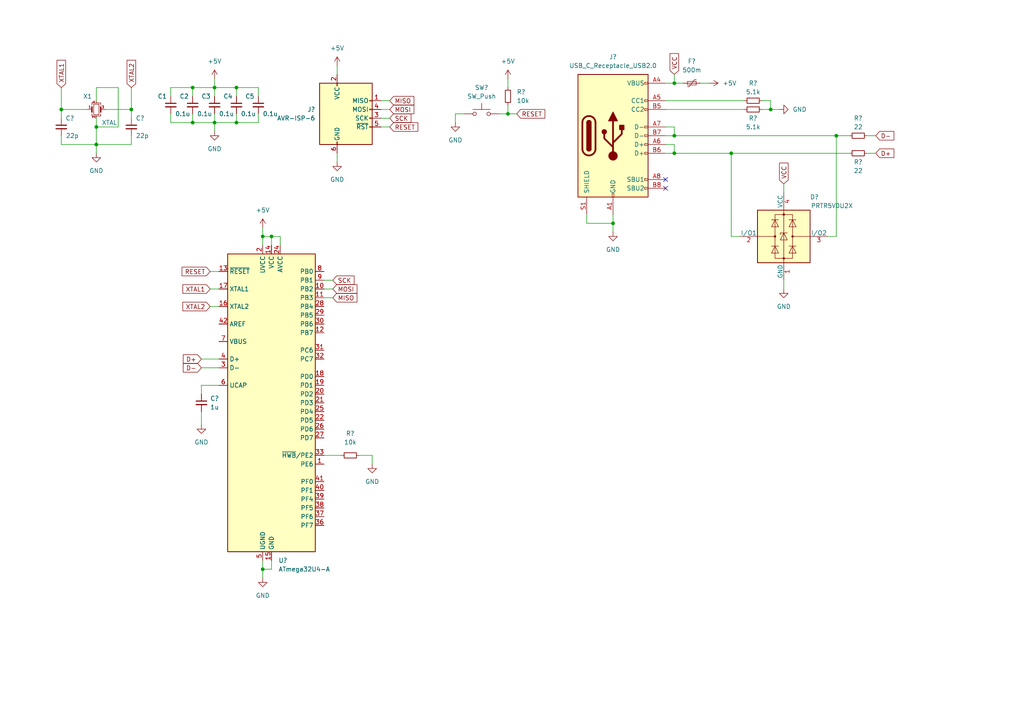
<source format=kicad_sch>
(kicad_sch (version 20211123) (generator eeschema)
  (paper "A4")
  (lib_symbols
    (symbol "Connector:AVR-ISP-6" (pin_names (offset 1.016))
      (property "Reference" "J" (at -6.35 11.43 0))
      (property "Value" "AVR-ISP-6" (at 0 11.43 0))
      (symbol "AVR-ISP-6_0_1"
        (rectangle (start -2.667 -6.858) (end -2.413 -7.62))
        (rectangle (start -2.667 10.16) (end -2.413 9.398))
        (rectangle (start 7.62 -2.413) (end 6.858 -2.667))
        (rectangle (start 7.62 0.127) (end 6.858 -0.127))
        (rectangle (start 7.62 2.667) (end 6.858 2.413))
        (rectangle (start 7.62 5.207) (end 6.858 4.953))
        (rectangle (start 7.62 10.16) (end -7.62 -7.62) (stroke (width 0.254)) (fill (type background)))
      )
      (symbol "AVR-ISP-6_1_1"
        (pin passive line (at 10.16 5.08 180) (length 2.54) (name "MISO") (number "1"))
        (pin passive line (at -2.54 12.7 270) (length 2.54) (name "VCC") (number "2"))
        (pin passive line (at 10.16 0 180) (length 2.54) (name "SCK") (number "3"))
        (pin passive line (at 10.16 2.54 180) (length 2.54) (name "MOSI") (number "4"))
        (pin passive line (at 10.16 -2.54 180) (length 2.54) (name "~{RST}") (number "5"))
        (pin passive line (at -2.54 -10.16 90) (length 2.54) (name "GND") (number "6"))
      )
    )
    (symbol "Connector:USB_C_Receptacle_USB2.0" (pin_names (offset 1.016))
      (property "Reference" "J" (at -10.16 19.05 0))
      (property "Value" "USB_C_Receptacle_USB2.0" (at 19.05 19.05 0))
      (symbol "USB_C_Receptacle_USB2.0_0_0"
        (rectangle (start -0.254 -17.78) (end 0.254 -16.764))
        (rectangle (start 10.16 -14.986) (end 9.144 -15.494))
        (rectangle (start 10.16 -12.446) (end 9.144 -12.954))
        (rectangle (start 10.16 -4.826) (end 9.144 -5.334))
        (rectangle (start 10.16 -2.286) (end 9.144 -2.794))
        (rectangle (start 10.16 0.254) (end 9.144 -0.254))
        (rectangle (start 10.16 2.794) (end 9.144 2.286))
        (rectangle (start 10.16 7.874) (end 9.144 7.366))
        (rectangle (start 10.16 10.414) (end 9.144 9.906))
        (rectangle (start 10.16 15.494) (end 9.144 14.986))
      )
      (symbol "USB_C_Receptacle_USB2.0_0_1"
        (rectangle (start -10.16 17.78) (end 10.16 -17.78) (stroke (width 0.254)) (fill (type background)))
        (arc (start -8.89 -3.81) (mid -6.985 -5.715) (end -5.08 -3.81) (stroke (width 0.508)))
        (arc (start -7.62 -3.81) (mid -6.985 -4.445) (end -6.35 -3.81) (stroke (width 0.254)))
        (arc (start -7.62 -3.81) (mid -6.985 -4.445) (end -6.35 -3.81) (stroke (width 0.254)) (fill (type outline)))
        (rectangle (start -7.62 -3.81) (end -6.35 3.81) (stroke (width 0.254)) (fill (type outline)))
        (arc (start -6.35 3.81) (mid -6.985 4.445) (end -7.62 3.81) (stroke (width 0.254)))
        (arc (start -6.35 3.81) (mid -6.985 4.445) (end -7.62 3.81) (stroke (width 0.254)) (fill (type outline)))
        (arc (start -5.08 3.81) (mid -6.985 5.715) (end -8.89 3.81) (stroke (width 0.508)))
        (circle (center -2.54 1.143) (radius 0.635) (stroke (width 0.254)) (fill (type outline)))
        (circle (center 0 -5.842) (radius 1.27) (fill (type outline)))
        (polyline (pts (xy -8.89 -3.81) (xy -8.89 3.81)) (stroke (width 0.508)))
        (polyline (pts (xy -5.08 3.81) (xy -5.08 -3.81)) (stroke (width 0.508)))
        (polyline (pts (xy 0 -5.842) (xy 0 4.318)) (stroke (width 0.508)))
        (polyline (pts (xy 0 -3.302) (xy -2.54 -0.762) (xy -2.54 0.508)) (stroke (width 0.508)))
        (polyline (pts (xy 0 -2.032) (xy 2.54 0.508) (xy 2.54 1.778)) (stroke (width 0.508)))
        (polyline (pts (xy -1.27 4.318) (xy 0 6.858) (xy 1.27 4.318) (xy -1.27 4.318)) (stroke (width 0.254)) (fill (type outline)))
        (rectangle (start 1.905 1.778) (end 3.175 3.048) (stroke (width 0.254)) (fill (type outline)))
      )
      (symbol "USB_C_Receptacle_USB2.0_1_1"
        (pin passive line (at 0 -22.86 90) (length 5.08) (name "GND") (number "A1"))
        (pin passive line (at 0 -22.86 90) (length 5.08) hide (name "GND") (number "A12"))
        (pin passive line (at 15.24 15.24 180) (length 5.08) (name "VBUS") (number "A4"))
        (pin bidirectional line (at 15.24 10.16 180) (length 5.08) (name "CC1") (number "A5"))
        (pin bidirectional line (at 15.24 -2.54 180) (length 5.08) (name "D+") (number "A6"))
        (pin bidirectional line (at 15.24 2.54 180) (length 5.08) (name "D-") (number "A7"))
        (pin bidirectional line (at 15.24 -12.7 180) (length 5.08) (name "SBU1") (number "A8"))
        (pin passive line (at 15.24 15.24 180) (length 5.08) hide (name "VBUS") (number "A9"))
        (pin passive line (at 0 -22.86 90) (length 5.08) hide (name "GND") (number "B1"))
        (pin passive line (at 0 -22.86 90) (length 5.08) hide (name "GND") (number "B12"))
        (pin passive line (at 15.24 15.24 180) (length 5.08) hide (name "VBUS") (number "B4"))
        (pin bidirectional line (at 15.24 7.62 180) (length 5.08) (name "CC2") (number "B5"))
        (pin bidirectional line (at 15.24 -5.08 180) (length 5.08) (name "D+") (number "B6"))
        (pin bidirectional line (at 15.24 0 180) (length 5.08) (name "D-") (number "B7"))
        (pin bidirectional line (at 15.24 -15.24 180) (length 5.08) (name "SBU2") (number "B8"))
        (pin passive line (at 15.24 15.24 180) (length 5.08) hide (name "VBUS") (number "B9"))
        (pin passive line (at -7.62 -22.86 90) (length 5.08) (name "SHIELD") (number "S1"))
      )
    )
    (symbol "Device:C_Small" (pin_numbers hide) (pin_names (offset 0.254) hide)
      (property "Reference" "C" (at 0.254 1.778 0))
      (property "Value" "C_Small" (at 0.254 -2.032 0))
      (symbol "C_Small_0_1"
        (polyline (pts (xy -1.524 -0.508) (xy 1.524 -0.508)) (stroke (width 0.3302)))
        (polyline (pts (xy -1.524 0.508) (xy 1.524 0.508)) (stroke (width 0.3048)))
      )
      (symbol "C_Small_1_1"
        (pin passive line (at 0 2.54 270) (length 2.032) (name "~") (number "1"))
        (pin passive line (at 0 -2.54 90) (length 2.032) (name "~") (number "2"))
      )
    )
    (symbol "Device:Crystal_GND24_Small" (pin_names (offset 1.016) hide)
      (property "Reference" "Y" (at 1.27 4.445 0))
      (property "Value" "Crystal_GND24_Small" (at 1.27 2.54 0))
      (symbol "Crystal_GND24_Small_0_1"
        (rectangle (start -0.762 -1.524) (end 0.762 1.524))
        (polyline (pts (xy -1.27 -0.762) (xy -1.27 0.762)) (stroke (width 0.381)))
        (polyline (pts (xy 1.27 -0.762) (xy 1.27 0.762)) (stroke (width 0.381)))
        (polyline (pts (xy -1.27 -1.27) (xy -1.27 -1.905) (xy 1.27 -1.905) (xy 1.27 -1.27)))
        (polyline (pts (xy -1.27 1.27) (xy -1.27 1.905) (xy 1.27 1.905) (xy 1.27 1.27)))
      )
      (symbol "Crystal_GND24_Small_1_1"
        (pin passive line (at -2.54 0 0) (length 1.27) (name "1") (number "1"))
        (pin passive line (at 0 -2.54 90) (length 0.635) (name "2") (number "2"))
        (pin passive line (at 2.54 0 180) (length 1.27) (name "3") (number "3"))
        (pin passive line (at 0 2.54 270) (length 0.635) (name "4") (number "4"))
      )
    )
    (symbol "Device:Polyfuse_Small" (pin_numbers hide) (pin_names (offset 0))
      (property "Reference" "F" (at -1.905 0 90))
      (property "Value" "Polyfuse_Small" (at 1.905 0 90))
      (symbol "Polyfuse_Small_0_1"
        (rectangle (start -0.508 1.27) (end 0.508 -1.27))
        (polyline (pts (xy 0 2.54) (xy 0 -2.54)))
        (polyline (pts (xy -1.016 1.27) (xy -1.016 0.762) (xy 1.016 -0.762) (xy 1.016 -1.27)))
      )
      (symbol "Polyfuse_Small_1_1"
        (pin passive line (at 0 2.54 270) (length 0.635) (name "~") (number "1"))
        (pin passive line (at 0 -2.54 90) (length 0.635) (name "~") (number "2"))
      )
    )
    (symbol "Device:R_Small" (pin_numbers hide) (pin_names (offset 0.254) hide)
      (property "Reference" "R" (at 0.762 0.508 0))
      (property "Value" "R_Small" (at 0.762 -1.016 0))
      (symbol "R_Small_0_1"
        (rectangle (start -0.762 1.778) (end 0.762 -1.778) (stroke (width 0.2032)))
      )
      (symbol "R_Small_1_1"
        (pin passive line (at 0 2.54 270) (length 0.762) (name "~") (number "1"))
        (pin passive line (at 0 -2.54 90) (length 0.762) (name "~") (number "2"))
      )
    )
    (symbol "MCU_Microchip_ATmega:ATmega32U4-A"
      (property "Reference" "U" (at -12.7 44.45 0))
      (property "Value" "ATmega32U4-A" (at 2.54 -44.45 0))
      (symbol "ATmega32U4-A_0_1"
        (rectangle (start -12.7 -43.18) (end 12.7 43.18) (stroke (width 0.254)) (fill (type background)))
      )
      (symbol "ATmega32U4-A_1_1"
        (pin bidirectional line (at 15.24 -17.78 180) (length 2.54) (name "PE6") (number "1"))
        (pin bidirectional line (at 15.24 33.02 180) (length 2.54) (name "PB2") (number "10"))
        (pin bidirectional line (at 15.24 30.48 180) (length 2.54) (name "PB3") (number "11"))
        (pin bidirectional line (at 15.24 20.32 180) (length 2.54) (name "PB7") (number "12"))
        (pin input line (at -15.24 38.1 0) (length 2.54) (name "~{RESET}") (number "13"))
        (pin power_in line (at 0 45.72 270) (length 2.54) (name "VCC") (number "14"))
        (pin power_in line (at 0 -45.72 90) (length 2.54) (name "GND") (number "15"))
        (pin output line (at -15.24 27.94 0) (length 2.54) (name "XTAL2") (number "16"))
        (pin input line (at -15.24 33.02 0) (length 2.54) (name "XTAL1") (number "17"))
        (pin bidirectional line (at 15.24 7.62 180) (length 2.54) (name "PD0") (number "18"))
        (pin bidirectional line (at 15.24 5.08 180) (length 2.54) (name "PD1") (number "19"))
        (pin power_in line (at -2.54 45.72 270) (length 2.54) (name "UVCC") (number "2"))
        (pin bidirectional line (at 15.24 2.54 180) (length 2.54) (name "PD2") (number "20"))
        (pin bidirectional line (at 15.24 0 180) (length 2.54) (name "PD3") (number "21"))
        (pin bidirectional line (at 15.24 -5.08 180) (length 2.54) (name "PD5") (number "22"))
        (pin passive line (at 0 -45.72 90) (length 2.54) hide (name "GND") (number "23"))
        (pin power_in line (at 2.54 45.72 270) (length 2.54) (name "AVCC") (number "24"))
        (pin bidirectional line (at 15.24 -2.54 180) (length 2.54) (name "PD4") (number "25"))
        (pin bidirectional line (at 15.24 -7.62 180) (length 2.54) (name "PD6") (number "26"))
        (pin bidirectional line (at 15.24 -10.16 180) (length 2.54) (name "PD7") (number "27"))
        (pin bidirectional line (at 15.24 27.94 180) (length 2.54) (name "PB4") (number "28"))
        (pin bidirectional line (at 15.24 25.4 180) (length 2.54) (name "PB5") (number "29"))
        (pin bidirectional line (at -15.24 10.16 0) (length 2.54) (name "D-") (number "3"))
        (pin bidirectional line (at 15.24 22.86 180) (length 2.54) (name "PB6") (number "30"))
        (pin bidirectional line (at 15.24 15.24 180) (length 2.54) (name "PC6") (number "31"))
        (pin bidirectional line (at 15.24 12.7 180) (length 2.54) (name "PC7") (number "32"))
        (pin bidirectional line (at 15.24 -15.24 180) (length 2.54) (name "~{HWB}/PE2") (number "33"))
        (pin passive line (at 0 45.72 270) (length 2.54) hide (name "VCC") (number "34"))
        (pin passive line (at 0 -45.72 90) (length 2.54) hide (name "GND") (number "35"))
        (pin bidirectional line (at 15.24 -35.56 180) (length 2.54) (name "PF7") (number "36"))
        (pin bidirectional line (at 15.24 -33.02 180) (length 2.54) (name "PF6") (number "37"))
        (pin bidirectional line (at 15.24 -30.48 180) (length 2.54) (name "PF5") (number "38"))
        (pin bidirectional line (at 15.24 -27.94 180) (length 2.54) (name "PF4") (number "39"))
        (pin bidirectional line (at -15.24 12.7 0) (length 2.54) (name "D+") (number "4"))
        (pin bidirectional line (at 15.24 -25.4 180) (length 2.54) (name "PF1") (number "40"))
        (pin bidirectional line (at 15.24 -22.86 180) (length 2.54) (name "PF0") (number "41"))
        (pin passive line (at -15.24 22.86 0) (length 2.54) (name "AREF") (number "42"))
        (pin passive line (at 0 -45.72 90) (length 2.54) hide (name "GND") (number "43"))
        (pin passive line (at 2.54 45.72 270) (length 2.54) hide (name "AVCC") (number "44"))
        (pin passive line (at -2.54 -45.72 90) (length 2.54) (name "UGND") (number "5"))
        (pin passive line (at -15.24 5.08 0) (length 2.54) (name "UCAP") (number "6"))
        (pin input line (at -15.24 17.78 0) (length 2.54) (name "VBUS") (number "7"))
        (pin bidirectional line (at 15.24 38.1 180) (length 2.54) (name "PB0") (number "8"))
        (pin bidirectional line (at 15.24 35.56 180) (length 2.54) (name "PB1") (number "9"))
      )
    )
    (symbol "Power_Protection:PRTR5V0U2X" (pin_names (offset 0))
      (property "Reference" "D" (at 2.794 8.636 0))
      (property "Value" "PRTR5V0U2X" (at 8.128 -9.398 0))
      (symbol "PRTR5V0U2X_0_1"
        (rectangle (start -7.62 -7.62) (end 7.62 7.62) (stroke (width 0.254)) (fill (type background)))
        (circle (center -2.54 0) (radius 0.254) (fill (type outline)))
        (rectangle (start -2.54 6.35) (end 2.54 -6.35))
        (circle (center 0 -6.35) (radius 0.254) (fill (type outline)))
        (polyline (pts (xy -2.54 0) (xy -7.62 0)))
        (polyline (pts (xy -1.524 -2.794) (xy -3.556 -2.794)))
        (polyline (pts (xy -1.524 4.826) (xy -3.556 4.826)))
        (polyline (pts (xy 0 -7.62) (xy 0 7.62)))
        (polyline (pts (xy 1.524 -2.794) (xy 3.556 -2.794)))
        (polyline (pts (xy 1.524 4.826) (xy 3.556 4.826)))
        (polyline (pts (xy 2.54 0) (xy 7.62 0)))
        (polyline (pts (xy 1.016 1.016) (xy -1.016 1.016) (xy -1.016 0.508)))
        (polyline (pts (xy -3.556 -4.826) (xy -1.524 -4.826) (xy -2.54 -2.794) (xy -3.556 -4.826)))
        (polyline (pts (xy -3.556 2.794) (xy -1.524 2.794) (xy -2.54 4.826) (xy -3.556 2.794)))
        (polyline (pts (xy -1.016 -1.016) (xy 1.016 -1.016) (xy 0 1.016) (xy -1.016 -1.016)))
        (polyline (pts (xy 3.556 -4.826) (xy 1.524 -4.826) (xy 2.54 -2.794) (xy 3.556 -4.826)))
        (polyline (pts (xy 3.556 2.794) (xy 1.524 2.794) (xy 2.54 4.826) (xy 3.556 2.794)))
        (circle (center 0 6.35) (radius 0.254) (fill (type outline)))
        (circle (center 2.54 0) (radius 0.254) (fill (type outline)))
      )
      (symbol "PRTR5V0U2X_1_1"
        (pin passive line (at 0 -12.7 90) (length 5.08) (name "GND") (number "1"))
        (pin passive line (at -12.7 0 0) (length 5.08) (name "I/O1") (number "2"))
        (pin passive line (at 12.7 0 180) (length 5.08) (name "I/O2") (number "3"))
        (pin passive line (at 0 12.7 270) (length 5.08) (name "VCC") (number "4"))
      )
    )
    (symbol "Switch:SW_Push" (pin_numbers hide) (pin_names (offset 1.016) hide)
      (property "Reference" "SW" (at 1.27 2.54 0))
      (property "Value" "SW_Push" (at 0 -1.524 0))
      (symbol "SW_Push_0_1"
        (circle (center -2.032 0) (radius 0.508))
        (polyline (pts (xy 0 1.27) (xy 0 3.048)))
        (polyline (pts (xy 2.54 1.27) (xy -2.54 1.27)))
        (circle (center 2.032 0) (radius 0.508))
        (pin passive line (at -5.08 0 0) (length 2.54) (name "1") (number "1"))
        (pin passive line (at 5.08 0 180) (length 2.54) (name "2") (number "2"))
      )
    )
    (symbol "power:+5V" (power) (pin_names (offset 0))
      (property "Value" "+5V" (at 0 3.556 0))
      (symbol "+5V_0_1"
        (polyline (pts (xy -0.762 1.27) (xy 0 2.54)))
        (polyline (pts (xy 0 0) (xy 0 2.54)))
        (polyline (pts (xy 0 2.54) (xy 0.762 1.27)))
      )
      (symbol "+5V_1_1"
        (pin power_in line (at 0 0 90) (length 0) hide (name "+5V") (number "1"))
      )
    )
    (symbol "power:GND" (power) (pin_names (offset 0))
      (property "Value" "GND" (at 0 -3.81 0))
      (symbol "GND_0_1"
        (polyline (pts (xy 0 0) (xy 0 -1.27) (xy 1.27 -1.27) (xy 0 -2.54) (xy -1.27 -1.27) (xy 0 -1.27)))
      )
      (symbol "GND_1_1"
        (pin power_in line (at 0 0 270) (length 0) hide (name "GND") (number "1"))
      )
    )
  )
  (junction (at 68.58 35.56))
  (junction (at 195.58 44.45))
  (junction (at 38.1 31.75))
  (junction (at 62.23 25.4))
  (junction (at 147.32 33.02))
  (junction (at 223.52 31.75))
  (junction (at 27.94 36.83))
  (junction (at 68.58 25.4))
  (junction (at 195.58 24.13))
  (junction (at 195.58 39.37))
  (junction (at 76.2 165.1))
  (junction (at 212.09 44.45))
  (junction (at 55.88 25.4))
  (junction (at 78.74 68.58))
  (junction (at 55.88 35.56))
  (junction (at 17.78 31.75))
  (junction (at 177.8 64.77))
  (junction (at 76.2 68.58))
  (junction (at 62.23 35.56))
  (junction (at 27.94 41.91))
  (junction (at 242.57 39.37))
  (no_connect (at 193.04 52.07))
  (no_connect (at 193.04 54.61))
  (wire (pts (xy 227.33 53.34) (xy 227.33 55.88)))
  (wire (pts (xy 193.04 44.45) (xy 195.58 44.45)))
  (wire (pts (xy 30.48 31.75) (xy 38.1 31.75)))
  (wire (pts (xy 251.46 44.45) (xy 254 44.45)))
  (wire (pts (xy 27.94 36.83) (xy 34.29 36.83)))
  (wire (pts (xy 49.53 27.94) (xy 49.53 25.4)))
  (wire (pts (xy 55.88 35.56) (xy 62.23 35.56)))
  (wire (pts (xy 110.49 31.75) (xy 113.03 31.75)))
  (wire (pts (xy 93.98 83.82) (xy 96.52 83.82)))
  (wire (pts (xy 58.42 119.38) (xy 58.42 123.19)))
  (wire (pts (xy 223.52 31.75) (xy 226.06 31.75)))
  (wire (pts (xy 195.58 44.45) (xy 212.09 44.45)))
  (wire (pts (xy 251.46 39.37) (xy 254 39.37)))
  (wire (pts (xy 38.1 39.37) (xy 38.1 41.91)))
  (wire (pts (xy 195.58 39.37) (xy 242.57 39.37)))
  (wire (pts (xy 193.04 36.83) (xy 195.58 36.83)))
  (wire (pts (xy 62.23 33.02) (xy 62.23 35.56)))
  (wire (pts (xy 74.93 25.4) (xy 74.93 27.94)))
  (wire (pts (xy 60.96 83.82) (xy 63.5 83.82)))
  (wire (pts (xy 78.74 68.58) (xy 78.74 71.12)))
  (wire (pts (xy 60.96 78.74) (xy 63.5 78.74)))
  (wire (pts (xy 49.53 25.4) (xy 55.88 25.4)))
  (wire (pts (xy 58.42 104.14) (xy 63.5 104.14)))
  (wire (pts (xy 242.57 39.37) (xy 246.38 39.37)))
  (wire (pts (xy 132.08 35.56) (xy 132.08 33.02)))
  (wire (pts (xy 212.09 44.45) (xy 212.09 68.58)))
  (wire (pts (xy 104.14 132.08) (xy 107.95 132.08)))
  (wire (pts (xy 93.98 86.36) (xy 96.52 86.36)))
  (wire (pts (xy 110.49 34.29) (xy 113.03 34.29)))
  (wire (pts (xy 38.1 25.4) (xy 38.1 31.75)))
  (wire (pts (xy 220.98 29.21) (xy 223.52 29.21)))
  (wire (pts (xy 195.58 24.13) (xy 198.12 24.13)))
  (wire (pts (xy 193.04 29.21) (xy 215.9 29.21)))
  (wire (pts (xy 147.32 33.02) (xy 149.86 33.02)))
  (wire (pts (xy 27.94 25.4) (xy 27.94 29.21)))
  (wire (pts (xy 62.23 22.86) (xy 62.23 25.4)))
  (wire (pts (xy 147.32 22.86) (xy 147.32 25.4)))
  (wire (pts (xy 193.04 39.37) (xy 195.58 39.37)))
  (wire (pts (xy 62.23 35.56) (xy 62.23 38.1)))
  (wire (pts (xy 93.98 81.28) (xy 96.52 81.28)))
  (wire (pts (xy 58.42 111.76) (xy 63.5 111.76)))
  (wire (pts (xy 68.58 33.02) (xy 68.58 35.56)))
  (wire (pts (xy 17.78 41.91) (xy 27.94 41.91)))
  (wire (pts (xy 177.8 64.77) (xy 177.8 67.31)))
  (wire (pts (xy 27.94 41.91) (xy 27.94 44.45)))
  (wire (pts (xy 132.08 33.02) (xy 134.62 33.02)))
  (wire (pts (xy 193.04 31.75) (xy 215.9 31.75)))
  (wire (pts (xy 17.78 39.37) (xy 17.78 41.91)))
  (wire (pts (xy 17.78 25.4) (xy 17.78 31.75)))
  (wire (pts (xy 68.58 35.56) (xy 74.93 35.56)))
  (wire (pts (xy 62.23 25.4) (xy 68.58 25.4)))
  (wire (pts (xy 76.2 68.58) (xy 78.74 68.58)))
  (wire (pts (xy 220.98 31.75) (xy 223.52 31.75)))
  (wire (pts (xy 55.88 33.02) (xy 55.88 35.56)))
  (wire (pts (xy 49.53 33.02) (xy 49.53 35.56)))
  (wire (pts (xy 68.58 25.4) (xy 74.93 25.4)))
  (wire (pts (xy 242.57 39.37) (xy 242.57 68.58)))
  (wire (pts (xy 27.94 41.91) (xy 38.1 41.91)))
  (wire (pts (xy 55.88 25.4) (xy 55.88 27.94)))
  (wire (pts (xy 193.04 24.13) (xy 195.58 24.13)))
  (wire (pts (xy 76.2 68.58) (xy 76.2 71.12)))
  (wire (pts (xy 195.58 21.59) (xy 195.58 24.13)))
  (wire (pts (xy 55.88 25.4) (xy 62.23 25.4)))
  (wire (pts (xy 62.23 35.56) (xy 68.58 35.56)))
  (wire (pts (xy 203.2 24.13) (xy 205.74 24.13)))
  (wire (pts (xy 17.78 31.75) (xy 25.4 31.75)))
  (wire (pts (xy 62.23 25.4) (xy 62.23 27.94)))
  (wire (pts (xy 78.74 162.56) (xy 78.74 165.1)))
  (wire (pts (xy 223.52 29.21) (xy 223.52 31.75)))
  (wire (pts (xy 107.95 132.08) (xy 107.95 134.62)))
  (wire (pts (xy 78.74 68.58) (xy 81.28 68.58)))
  (wire (pts (xy 193.04 41.91) (xy 195.58 41.91)))
  (wire (pts (xy 17.78 31.75) (xy 17.78 34.29)))
  (wire (pts (xy 76.2 165.1) (xy 76.2 167.64)))
  (wire (pts (xy 68.58 25.4) (xy 68.58 27.94)))
  (wire (pts (xy 78.74 165.1) (xy 76.2 165.1)))
  (wire (pts (xy 170.18 64.77) (xy 177.8 64.77)))
  (wire (pts (xy 34.29 25.4) (xy 34.29 36.83)))
  (wire (pts (xy 214.63 68.58) (xy 212.09 68.58)))
  (wire (pts (xy 97.79 19.05) (xy 97.79 21.59)))
  (wire (pts (xy 227.33 81.28) (xy 227.33 83.82)))
  (wire (pts (xy 195.58 36.83) (xy 195.58 39.37)))
  (wire (pts (xy 110.49 29.21) (xy 113.03 29.21)))
  (wire (pts (xy 76.2 162.56) (xy 76.2 165.1)))
  (wire (pts (xy 97.79 44.45) (xy 97.79 46.99)))
  (wire (pts (xy 240.03 68.58) (xy 242.57 68.58)))
  (wire (pts (xy 177.8 62.23) (xy 177.8 64.77)))
  (wire (pts (xy 110.49 36.83) (xy 113.03 36.83)))
  (wire (pts (xy 147.32 30.48) (xy 147.32 33.02)))
  (wire (pts (xy 195.58 41.91) (xy 195.58 44.45)))
  (wire (pts (xy 212.09 44.45) (xy 246.38 44.45)))
  (wire (pts (xy 81.28 71.12) (xy 81.28 68.58)))
  (wire (pts (xy 38.1 31.75) (xy 38.1 34.29)))
  (wire (pts (xy 27.94 34.29) (xy 27.94 36.83)))
  (wire (pts (xy 58.42 111.76) (xy 58.42 114.3)))
  (wire (pts (xy 76.2 66.04) (xy 76.2 68.58)))
  (wire (pts (xy 58.42 106.68) (xy 63.5 106.68)))
  (wire (pts (xy 49.53 35.56) (xy 55.88 35.56)))
  (wire (pts (xy 144.78 33.02) (xy 147.32 33.02)))
  (wire (pts (xy 93.98 132.08) (xy 99.06 132.08)))
  (wire (pts (xy 27.94 25.4) (xy 34.29 25.4)))
  (wire (pts (xy 170.18 62.23) (xy 170.18 64.77)))
  (wire (pts (xy 74.93 33.02) (xy 74.93 35.56)))
  (wire (pts (xy 60.96 88.9) (xy 63.5 88.9)))
  (wire (pts (xy 27.94 36.83) (xy 27.94 41.91)))
  (global_label "RESET" (shape input) (at 113.03 36.83 0) (property "Intersheet References" "${INTERSHEET_REFS}" (effects hide)))
  (global_label "RESET" (shape input) (at 149.86 33.02 0) (property "Intersheet References" "${INTERSHEET_REFS}" (effects hide)))
  (global_label "RESET" (shape input) (at 60.96 78.74 180) (property "Intersheet References" "${INTERSHEET_REFS}" (effects hide)))
  (global_label "D-" (shape input) (at 254 39.37 0) (property "Intersheet References" "${INTERSHEET_REFS}" (effects hide)))
  (global_label "XTAL1" (shape input) (at 60.96 83.82 180) (property "Intersheet References" "${INTERSHEET_REFS}" (effects hide)))
  (global_label "SCK" (shape input) (at 113.03 34.29 0) (property "Intersheet References" "${INTERSHEET_REFS}" (effects hide)))
  (global_label "D-" (shape input) (at 58.42 106.68 180) (property "Intersheet References" "${INTERSHEET_REFS}" (effects hide)))
  (global_label "MOSI" (shape input) (at 113.03 31.75 0) (property "Intersheet References" "${INTERSHEET_REFS}" (effects hide)))
  (global_label "VCC" (shape input) (at 227.33 53.34 90) (property "Intersheet References" "${INTERSHEET_REFS}" (effects hide)))
  (global_label "MISO" (shape input) (at 113.03 29.21 0) (property "Intersheet References" "${INTERSHEET_REFS}" (effects hide)))
  (global_label "VCC" (shape input) (at 195.58 21.59 90) (property "Intersheet References" "${INTERSHEET_REFS}" (effects hide)))
  (global_label "MISO" (shape input) (at 96.52 86.36 0) (property "Intersheet References" "${INTERSHEET_REFS}" (effects hide)))
  (global_label "XTAL2" (shape input) (at 60.96 88.9 180) (property "Intersheet References" "${INTERSHEET_REFS}" (effects hide)))
  (global_label "XTAL2" (shape input) (at 38.1 25.4 90) (property "Intersheet References" "${INTERSHEET_REFS}" (effects hide)))
  (global_label "D+" (shape input) (at 58.42 104.14 180) (property "Intersheet References" "${INTERSHEET_REFS}" (effects hide)))
  (global_label "MOSI" (shape input) (at 96.52 83.82 0) (property "Intersheet References" "${INTERSHEET_REFS}" (effects hide)))
  (global_label "SCK" (shape input) (at 96.52 81.28 0) (property "Intersheet References" "${INTERSHEET_REFS}" (effects hide)))
  (global_label "D+" (shape input) (at 254 44.45 0) (property "Intersheet References" "${INTERSHEET_REFS}" (effects hide)))
  (global_label "XTAL1" (shape input) (at 17.78 25.4 90) (property "Intersheet References" "${INTERSHEET_REFS}" (effects hide)))
  (symbol (lib_id "power:GND") (at 107.95 134.62 0) (unit 1)
    (property "Reference" "#PWR?" (effects hide))
    (property "Value" "GND" (at 107.95 139.7 0))
  )
  (symbol (lib_id "power:+5V") (at 205.74 24.13 270) (unit 1)
    (property "Reference" "#PWR?" (effects hide))
    (property "Value" "+5V" (at 209.55 24.1299 90) (effects (justify left)))
  )
  (symbol (lib_id "Device:R_Small") (at 248.92 39.37 270) (unit 1)
    (property "Reference" "R?" (at 248.92 34.29 90))
    (property "Value" "22" (at 248.92 36.83 90))
    (property "Footprint" "Resistor_SMD:R_0805_2012Metric" (effects hide))
  )
  (symbol (lib_id "power:GND") (at 27.94 44.45 0) (unit 1)
    (property "Reference" "#PWR?" (effects hide))
    (property "Value" "GND" (at 27.94 49.53 0))
  )
  (symbol (lib_id "power:GND") (at 76.2 167.64 0) (unit 1)
    (property "Reference" "#PWR?" (effects hide))
    (property "Value" "GND" (at 76.2 172.72 0))
  )
  (symbol (lib_id "Switch:SW_Push") (at 139.7 33.02 0) (unit 1)
    (property "Reference" "SW?" (at 139.7 25.4 0))
    (property "Value" "SW_Push" (at 139.7 27.94 0))
    (property "Footprint" "Button_Switch_SMD:SW_SPST_SKQG_WithoutStem" (effects hide))
  )
  (symbol (lib_id "power:GND") (at 97.79 46.99 0) (unit 1)
    (property "Reference" "#PWR?" (effects hide))
    (property "Value" "GND" (at 97.79 52.07 0))
  )
  (symbol (lib_id "power:+5V") (at 147.32 22.86 0) (unit 1)
    (property "Reference" "#PWR?" (effects hide))
    (property "Value" "+5V" (at 147.32 17.78 0))
  )
  (symbol (lib_id "Device:C_Small") (at 55.88 30.48 0) (unit 1)
    (property "Reference" "C2" (at 52.07 27.94 0) (effects (justify left)))
    (property "Value" "0.1u" (at 57.15 33.02 0) (effects (justify left)))
  )
  (symbol (lib_id "power:+5V") (at 76.2 66.04 0) (unit 1)
    (property "Reference" "#PWR?" (effects hide))
    (property "Value" "+5V" (at 76.2 60.96 0))
  )
  (symbol (lib_id "Device:C_Small") (at 49.53 30.48 0) (unit 1)
    (property "Reference" "C1" (at 45.72 27.94 0) (effects (justify left)))
    (property "Value" "0.1u" (at 50.8 33.02 0) (effects (justify left)))
  )
  (symbol (lib_id "power:GND") (at 226.06 31.75 90) (unit 1)
    (property "Reference" "#PWR?" (effects hide))
    (property "Value" "GND" (at 229.87 31.7499 90) (effects (justify right)))
  )
  (symbol (lib_id "power:GND") (at 58.42 123.19 0) (unit 1)
    (property "Reference" "#PWR?" (effects hide))
    (property "Value" "GND" (at 58.42 128.27 0))
  )
  (symbol (lib_id "Connector:USB_C_Receptacle_USB2.0") (at 177.8 39.37 0) (unit 1)
    (property "Reference" "J?" (at 177.8 16.51 0))
    (property "Value" "USB_C_Receptacle_USB2.0" (at 177.8 19.05 0))
    (property "Datasheet" "https://www.usb.org/sites/default/files/documents/usb_type-c.zip" (effects hide))
  )
  (symbol (lib_id "Device:C_Small") (at 62.23 30.48 0) (unit 1)
    (property "Reference" "C3" (at 58.42 27.94 0) (effects (justify left)))
    (property "Value" "0.1u" (at 63.5 33.02 0) (effects (justify left)))
  )
  (symbol (lib_id "Device:C_Small") (at 68.58 30.48 0) (unit 1)
    (property "Reference" "C4" (at 64.77 27.94 0) (effects (justify left)))
    (property "Value" "0.1u" (at 69.85 33.02 0) (effects (justify left)))
  )
  (symbol (lib_id "Device:Polyfuse_Small") (at 200.66 24.13 90) (unit 1)
    (property "Reference" "F?" (at 200.66 17.78 90))
    (property "Value" "500m" (at 200.66 20.32 90))
  )
  (symbol (lib_id "Power_Protection:PRTR5V0U2X") (at 227.33 68.58 0) (unit 1)
    (property "Reference" "D?" (at 236.22 57.15 0))
    (property "Value" "PRTR5V0U2X" (at 241.3 59.69 0))
    (property "Footprint" "Package_TO_SOT_SMD:SOT-143" (effects hide))
    (property "Datasheet" "https://assets.nexperia.com/documents/data-sheet/PRTR5V0U2X.pdf" (effects hide))
  )
  (symbol (lib_id "Device:R_Small") (at 101.6 132.08 270) (unit 1)
    (property "Reference" "R?" (at 101.6 125.73 90))
    (property "Value" "10k" (at 101.6 128.27 90))
    (property "Footprint" "Resistor_SMD:R_0805_2012Metric" (effects hide))
  )
  (symbol (lib_id "Device:C_Small") (at 17.78 36.83 0) (unit 1)
    (property "Reference" "C?" (at 21.59 34.29 0) (effects (justify right)))
    (property "Value" "22p" (at 22.86 39.37 0) (effects (justify right)))
  )
  (symbol (lib_id "Device:R_Small") (at 147.32 27.94 0) (unit 1)
    (property "Reference" "R?" (at 149.86 26.6699 0) (effects (justify left)))
    (property "Value" "10k" (at 149.86 29.2099 0) (effects (justify left)))
    (property "Footprint" "Resistor_SMD:R_0805_2012Metric" (effects hide))
  )
  (symbol (lib_id "power:GND") (at 227.33 83.82 0) (unit 1)
    (property "Reference" "#PWR?" (effects hide))
    (property "Value" "GND" (at 227.33 88.9 0))
  )
  (symbol (lib_id "Device:C_Small") (at 74.93 30.48 0) (unit 1)
    (property "Reference" "C5" (at 71.12 27.94 0) (effects (justify left)))
    (property "Value" "0.1u" (at 76.2 33.02 0) (effects (justify left)))
  )
  (symbol (lib_id "power:GND") (at 62.23 38.1 0) (unit 1)
    (property "Reference" "#PWR?" (effects hide))
    (property "Value" "GND" (at 62.23 43.18 0))
  )
  (symbol (lib_id "Device:C_Small") (at 38.1 36.83 0) (unit 1)
    (property "Reference" "C?" (at 39.37 34.29 0) (effects (justify left)))
    (property "Value" "22p" (at 39.37 39.37 0) (effects (justify left)))
  )
  (symbol (lib_id "Device:R_Small") (at 218.44 31.75 90) (unit 1)
    (property "Reference" "R?" (at 218.44 34.29 90))
    (property "Value" "5.1k" (at 218.44 36.83 90))
    (property "Footprint" "Resistor_SMD:R_0805_2012Metric" (effects hide))
  )
  (symbol (lib_id "Device:R_Small") (at 248.92 44.45 90) (unit 1)
    (property "Reference" "R?" (at 248.92 46.99 90))
    (property "Value" "22" (at 248.92 49.53 90))
    (property "Footprint" "Resistor_SMD:R_0805_2012Metric" (effects hide))
  )
  (symbol (lib_id "power:+5V") (at 62.23 22.86 0) (unit 1)
    (property "Reference" "#PWR?" (effects hide))
    (property "Value" "+5V" (at 62.23 17.78 0))
  )
  (symbol (lib_id "Device:Crystal_GND24_Small") (at 27.94 31.75 0) (unit 1)
    (property "Reference" "X1" (at 25.4 27.94 0))
    (property "Value" "XTAL" (at 31.75 35.56 0))
  )
  (symbol (lib_id "power:GND") (at 132.08 35.56 0) (unit 1)
    (property "Reference" "#PWR?" (effects hide))
    (property "Value" "GND" (at 132.08 40.64 0))
  )
  (symbol (lib_id "Connector:AVR-ISP-6") (at 100.33 34.29 0) (unit 1)
    (property "Reference" "J?" (at 91.44 31.7499 0) (effects (justify right)))
    (property "Value" "AVR-ISP-6" (at 91.44 34.2899 0) (effects (justify right)))
    (property "Datasheet" " ~" (effects hide))
  )
  (symbol (lib_id "Device:R_Small") (at 218.44 29.21 90) (unit 1)
    (property "Reference" "R?" (at 218.44 24.13 90))
    (property "Value" "5.1k" (at 218.44 26.67 90))
    (property "Footprint" "Resistor_SMD:R_0805_2012Metric" (effects hide))
  )
  (symbol (lib_id "MCU_Microchip_ATmega:ATmega32U4-A") (at 78.74 116.84 0) (unit 1)
    (property "Reference" "U?" (at 80.7594 162.56 0) (effects (justify left)))
    (property "Value" "ATmega32U4-A" (at 80.7594 165.1 0) (effects (justify left)))
    (property "Footprint" "Package_QFP:TQFP-44_10x10mm_P0.8mm" (effects hide))
    (property "Datasheet" "http://ww1.microchip.com/downloads/en/DeviceDoc/Atmel-7766-8-bit-AVR-ATmega16U4-32U4_Datasheet.pdf" (effects hide))
  )
  (symbol (lib_id "power:+5V") (at 97.79 19.05 0) (unit 1)
    (property "Reference" "#PWR?" (effects hide))
    (property "Value" "+5V" (at 97.79 13.97 0))
  )
  (symbol (lib_id "Device:C_Small") (at 58.42 116.84 0) (unit 1)
    (property "Reference" "C?" (at 60.96 115.5762 0) (effects (justify left)))
    (property "Value" "1u" (at 60.96 118.1162 0) (effects (justify left)))
  )
  (symbol (lib_id "power:GND") (at 177.8 67.31 0) (unit 1)
    (property "Reference" "#PWR?" (effects hide))
    (property "Value" "GND" (at 177.8 72.39 0))
  )
)
</source>
